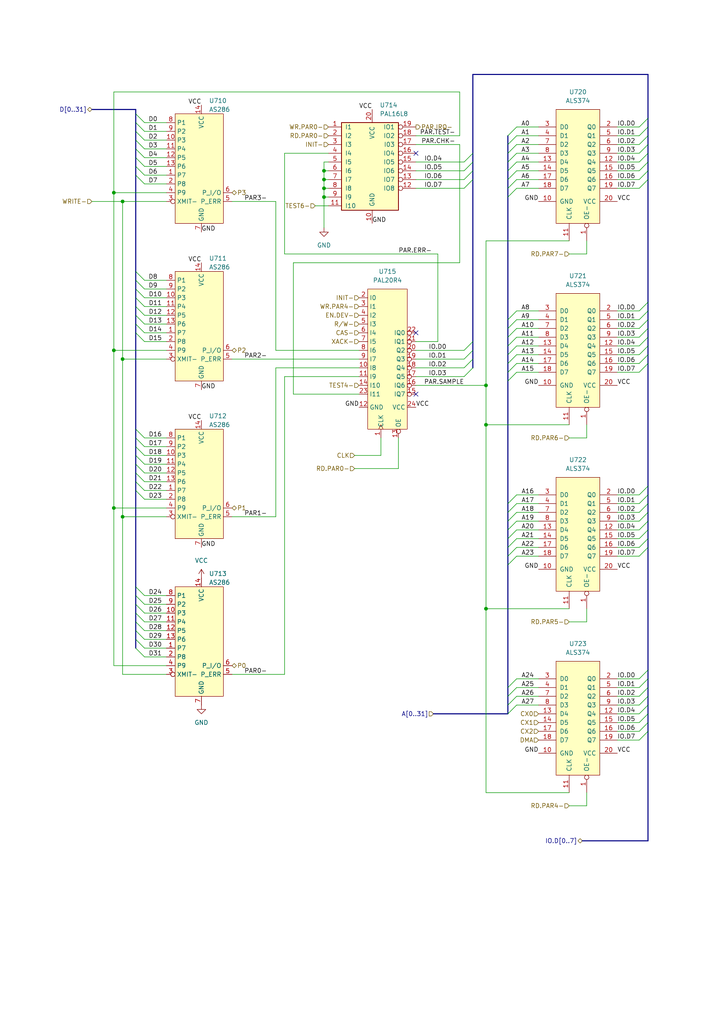
<source format=kicad_sch>
(kicad_sch (version 20231120) (generator "eeschema") (generator_version "8.0")
  (paper "A4" portrait)
  (title_block (title "Parity") (date "2025-03-07") (rev "1"))
  (lib_symbols
    (symbol "74AS286_1"
      (property "Reference" "U" (at 5.842 3.048 0))
      (property "Value" "AS286" (at 8.128 0.508 0))
      (symbol "74AS286_1_1_1"
        (rectangle (start -5.08 -1.27) (end 8.89 -33.02) (fill (type background)))
        (pin input line (at -7.62 -19.05 0) (length 2.54) (name "P7") (number "1"))
        (pin input line (at -7.62 -8.89 0) (length 2.54) (name "P3") (number "10"))
        (pin input line (at -7.62 -11.43 0) (length 2.54) (name "P4") (number "11"))
        (pin input line (at -7.62 -13.97 0) (length 2.54) (name "P5") (number "12"))
        (pin input line (at -7.62 -16.51 0) (length 2.54) (name "P6") (number "13"))
        (pin power_in line (at 2.54 1.27 270) (length 2.54) (name "VCC") (number "14"))
        (pin input line (at -7.62 -21.59 0) (length 2.54) (name "P8") (number "2"))
        (pin input inverted (at -7.62 -26.67 0) (length 2.54) (name "XMIT-") (number "3"))
        (pin input line (at -7.62 -24.13 0) (length 2.54) (name "P9") (number "4"))
        (pin output line (at 11.43 -26.67 180) (length 2.54) (name "P_ERR") (number "5"))
        (pin input line (at 11.43 -24.13 180) (length 2.54) (name "P_I/O") (number "6"))
        (pin power_in line (at 2.54 -35.56 90) (length 2.54) (name "GND") (number "7"))
        (pin input line (at -7.62 -3.81 0) (length 2.54) (name "P1") (number "8"))
        (pin input line (at -7.62 -6.35 0) (length 2.54) (name "P2") (number "9"))
      )
    )
    (symbol "74AS286_2"
      (property "Reference" "U" (at 5.842 3.048 0))
      (property "Value" "AS286" (at 8.128 0.508 0))
      (symbol "74AS286_2_1_1"
        (rectangle (start -5.08 -1.27) (end 8.89 -33.02) (fill (type background)))
        (pin input line (at -7.62 -19.05 0) (length 2.54) (name "P7") (number "1"))
        (pin input line (at -7.62 -8.89 0) (length 2.54) (name "P3") (number "10"))
        (pin input line (at -7.62 -11.43 0) (length 2.54) (name "P4") (number "11"))
        (pin input line (at -7.62 -13.97 0) (length 2.54) (name "P5") (number "12"))
        (pin input line (at -7.62 -16.51 0) (length 2.54) (name "P6") (number "13"))
        (pin power_in line (at 2.54 1.27 270) (length 2.54) (name "VCC") (number "14"))
        (pin input line (at -7.62 -21.59 0) (length 2.54) (name "P8") (number "2"))
        (pin input inverted (at -7.62 -26.67 0) (length 2.54) (name "XMIT-") (number "3"))
        (pin input line (at -7.62 -24.13 0) (length 2.54) (name "P9") (number "4"))
        (pin output line (at 11.43 -26.67 180) (length 2.54) (name "P_ERR") (number "5"))
        (pin input line (at 11.43 -24.13 180) (length 2.54) (name "P_I/O") (number "6"))
        (pin power_in line (at 2.54 -35.56 90) (length 2.54) (name "GND") (number "7"))
        (pin input line (at -7.62 -3.81 0) (length 2.54) (name "P1") (number "8"))
        (pin input line (at -7.62 -6.35 0) (length 2.54) (name "P2") (number "9"))
      )
    )
    (symbol "74AS286_3"
      (property "Reference" "U" (at 5.842 3.048 0))
      (property "Value" "AS286" (at 8.128 0.508 0))
      (symbol "74AS286_3_1_1"
        (rectangle (start -5.08 -1.27) (end 8.89 -33.02) (fill (type background)))
        (pin input line (at -7.62 -19.05 0) (length 2.54) (name "P7") (number "1"))
        (pin input line (at -7.62 -8.89 0) (length 2.54) (name "P3") (number "10"))
        (pin input line (at -7.62 -11.43 0) (length 2.54) (name "P4") (number "11"))
        (pin input line (at -7.62 -13.97 0) (length 2.54) (name "P5") (number "12"))
        (pin input line (at -7.62 -16.51 0) (length 2.54) (name "P6") (number "13"))
        (pin power_in line (at 2.54 1.27 270) (length 2.54) (name "VCC") (number "14"))
        (pin input line (at -7.62 -21.59 0) (length 2.54) (name "P8") (number "2"))
        (pin input inverted (at -7.62 -26.67 0) (length 2.54) (name "XMIT-") (number "3"))
        (pin input line (at -7.62 -24.13 0) (length 2.54) (name "P9") (number "4"))
        (pin output line (at 11.43 -26.67 180) (length 2.54) (name "P_ERR") (number "5"))
        (pin input line (at 11.43 -24.13 180) (length 2.54) (name "P_I/O") (number "6"))
        (pin power_in line (at 2.54 -35.56 90) (length 2.54) (name "GND") (number "7"))
        (pin input line (at -7.62 -3.81 0) (length 2.54) (name "P1") (number "8"))
        (pin input line (at -7.62 -6.35 0) (length 2.54) (name "P2") (number "9"))
      )
    )
    (symbol "Logic_Programmable:PAL16L8" (pin_names (offset 1.016))
      (property "Reference" "U" (at -8.89 16.51 0))
      (property "Value" "PAL16L8" (at 1.27 16.51 0))
      (symbol "PAL16L8_0_0"
        (pin power_in line (at 0 -15.24 90) (length 3.81) (name "GND") (number "10"))
        (pin power_in line (at 0 17.78 270) (length 3.81) (name "VCC") (number "20"))
      )
      (symbol "PAL16L8_0_1"
        (rectangle (start -8.89 13.97) (end 7.62 -11.43) (stroke (width 0.254)) (fill (type background)))
      )
      (symbol "PAL16L8_1_1"
        (pin input line (at -12.7 12.7 0) (length 3.81) (name "I1") (number "1"))
        (pin input line (at -12.7 -10.16 0) (length 3.81) (name "I10") (number "11"))
        (pin tri_state inverted (at 12.7 -5.08 180) (length 5.08) (name "IO8") (number "12"))
        (pin tri_state inverted (at 12.7 -2.54 180) (length 5.08) (name "IO7") (number "13"))
        (pin tri_state inverted (at 12.7 0 180) (length 5.08) (name "IO6") (number "14"))
        (pin tri_state inverted (at 12.7 2.54 180) (length 5.08) (name "IO5") (number "15"))
        (pin tri_state inverted (at 12.7 5.08 180) (length 5.08) (name "IO4") (number "16"))
        (pin tri_state inverted (at 12.7 7.62 180) (length 5.08) (name "I03") (number "17"))
        (pin tri_state inverted (at 12.7 10.16 180) (length 5.08) (name "IO2") (number "18"))
        (pin tri_state inverted (at 12.7 12.7 180) (length 5.08) (name "IO1") (number "19"))
        (pin input line (at -12.7 10.16 0) (length 3.81) (name "I2") (number "2"))
        (pin input line (at -12.7 7.62 0) (length 3.81) (name "I3") (number "3"))
        (pin input line (at -12.7 5.08 0) (length 3.81) (name "I4") (number "4"))
        (pin input line (at -12.7 2.54 0) (length 3.81) (name "I5") (number "5"))
        (pin input line (at -12.7 0 0) (length 3.81) (name "I6") (number "6"))
        (pin input line (at -12.7 -2.54 0) (length 3.81) (name "I7") (number "7"))
        (pin input line (at -12.7 -5.08 0) (length 3.81) (name "I8") (number "8"))
        (pin input line (at -12.7 -7.62 0) (length 3.81) (name "I9") (number "9"))
      )
    )
    (symbol "custom:74AS286"
      (property "Reference" "U" (at 5.842 3.048 0))
      (property "Value" "AS286" (at 8.128 0.508 0))
      (symbol "74AS286_1_1"
        (rectangle (start -5.08 -1.27) (end 8.89 -33.02) (fill (type background)))
        (pin input line (at -7.62 -19.05 0) (length 2.54) (name "P7") (number "1"))
        (pin input line (at -7.62 -8.89 0) (length 2.54) (name "P3") (number "10"))
        (pin input line (at -7.62 -11.43 0) (length 2.54) (name "P4") (number "11"))
        (pin input line (at -7.62 -13.97 0) (length 2.54) (name "P5") (number "12"))
        (pin input line (at -7.62 -16.51 0) (length 2.54) (name "P6") (number "13"))
        (pin power_in line (at 2.54 1.27 270) (length 2.54) (name "VCC") (number "14"))
        (pin input line (at -7.62 -21.59 0) (length 2.54) (name "P8") (number "2"))
        (pin input inverted (at -7.62 -26.67 0) (length 2.54) (name "XMIT-") (number "3"))
        (pin input line (at -7.62 -24.13 0) (length 2.54) (name "P9") (number "4"))
        (pin output line (at 11.43 -26.67 180) (length 2.54) (name "P_ERR") (number "5"))
        (pin input line (at 11.43 -24.13 180) (length 2.54) (name "P_I/O") (number "6"))
        (pin power_in line (at 2.54 -35.56 90) (length 2.54) (name "GND") (number "7"))
        (pin input line (at -7.62 -3.81 0) (length 2.54) (name "P1") (number "8"))
        (pin input line (at -7.62 -6.35 0) (length 2.54) (name "P2") (number "9"))
      )
    )
    (symbol "custom:ALS374" (pin_names (offset 1.016))
      (property "Reference" "U" (at 0 3.81 0))
      (property "Value" "ALS374" (at 0 1.27 0))
      (symbol "ALS374_0_1"
        (rectangle (start -6.35 2.54) (end 6.35 -30.48) (fill (type background)))
      )
      (symbol "ALS374_1_1"
        (pin input inverted (at 2.54 -35.56 90) (length 5.08) (name "OE-") (number "1"))
        (pin power_in line (at -11.43 -24.13 0) (length 5.08) (name "GND") (number "10"))
        (pin input line (at -2.54 -35.56 90) (length 5.08) (name "CLK") (number "11"))
        (pin output line (at 11.43 -12.7 180) (length 5.08) (name "Q4") (number "12"))
        (pin input line (at -11.43 -12.7 0) (length 5.08) (name "D4") (number "13"))
        (pin input line (at -11.43 -15.24 0) (length 5.08) (name "D5") (number "14"))
        (pin output line (at 11.43 -15.24 180) (length 5.08) (name "Q5") (number "15"))
        (pin output line (at 11.43 -17.78 180) (length 5.08) (name "Q6") (number "16"))
        (pin input line (at -11.43 -17.78 0) (length 5.08) (name "D6") (number "17"))
        (pin input line (at -11.43 -20.32 0) (length 5.08) (name "D7") (number "18"))
        (pin output line (at 11.43 -20.32 180) (length 5.08) (name "Q7") (number "19"))
        (pin output line (at 11.43 -2.54 180) (length 5.08) (name "Q0") (number "2"))
        (pin power_in line (at 11.43 -24.13 180) (length 5.08) (name "VCC") (number "20"))
        (pin input line (at -11.43 -2.54 0) (length 5.08) (name "D0") (number "3"))
        (pin input line (at -11.43 -5.08 0) (length 5.08) (name "D1") (number "4"))
        (pin output line (at 11.43 -5.08 180) (length 5.08) (name "Q1") (number "5"))
        (pin output line (at 11.43 -7.62 180) (length 5.08) (name "Q2") (number "6"))
        (pin input line (at -11.43 -7.62 0) (length 5.08) (name "D2") (number "7"))
        (pin input line (at -11.43 -10.16 0) (length 5.08) (name "D3") (number "8"))
        (pin output line (at 11.43 -10.16 180) (length 5.08) (name "Q3") (number "9"))
      )
    )
    (symbol "custom:PAL20R4"
      (property "Reference" "U" (at 0 2.286 0))
      (property "Value" "PAL20R4" (at 1.524 0 0))
      (symbol "PAL20R4_1_1"
        (rectangle (start -3.81 -1.27) (end 7.62 -41.91) (fill (type background)))
        (pin input clock (at 0 -44.45 90) (length 2.54) (name "CLK") (number "1"))
        (pin input line (at -6.35 -24.13 0) (length 2.54) (name "I8") (number "10"))
        (pin input line (at -6.35 -26.67 0) (length 2.54) (name "I9") (number "11"))
        (pin power_in line (at -6.35 -35.56 0) (length 2.54) (name "GND") (number "12"))
        (pin input inverted (at 5.08 -44.45 90) (length 2.54) (name "OE") (number "13"))
        (pin input line (at -6.35 -29.21 0) (length 2.54) (name "I10") (number "14"))
        (pin bidirectional inverted (at 10.16 -31.75 180) (length 2.54) (name "IQ7") (number "15"))
        (pin bidirectional inverted (at 10.16 -29.21 180) (length 2.54) (name "IQ6") (number "16"))
        (pin output inverted (at 10.16 -26.67 180) (length 2.54) (name "Q5") (number "17"))
        (pin output inverted (at 10.16 -24.13 180) (length 2.54) (name "Q4") (number "18"))
        (pin output inverted (at 10.16 -21.59 180) (length 2.54) (name "Q3") (number "19"))
        (pin input line (at -6.35 -3.81 0) (length 2.54) (name "I0") (number "2"))
        (pin output inverted (at 10.16 -19.05 180) (length 2.54) (name "Q2") (number "20"))
        (pin bidirectional inverted (at 10.16 -16.51 180) (length 2.54) (name "IQ1") (number "21"))
        (pin bidirectional inverted (at 10.16 -13.97 180) (length 2.54) (name "IQ0") (number "22"))
        (pin input line (at -6.35 -31.75 0) (length 2.54) (name "I11") (number "23"))
        (pin power_in line (at 10.16 -35.56 180) (length 2.54) (name "VCC") (number "24"))
        (pin input line (at -6.35 -6.35 0) (length 2.54) (name "I1") (number "3"))
        (pin input line (at -6.35 -8.89 0) (length 2.54) (name "I2") (number "4"))
        (pin input line (at -6.35 -11.43 0) (length 2.54) (name "I3") (number "5"))
        (pin input line (at -6.35 -13.97 0) (length 2.54) (name "I4") (number "6"))
        (pin input line (at -6.35 -16.51 0) (length 2.54) (name "I5") (number "7"))
        (pin input line (at -6.35 -19.05 0) (length 2.54) (name "I6") (number "8"))
        (pin input line (at -6.35 -21.59 0) (length 2.54) (name "I7") (number "9"))
      )
    )
    (symbol "power:GND" (power) (pin_numbers hide) (pin_names (offset 0) hide)
      (property "Value" "GND" (at 0 -3.81 0))
      (symbol "GND_0_1"
        (polyline (pts (xy 0 0) (xy 0 -1.27) (xy 1.27 -1.27) (xy 0 -2.54) (xy -1.27 -1.27) (xy 0 -1.27)))
      )
      (symbol "GND_1_1"
        (pin power_in line (at 0 0 270) (length 0) (name "~") (number "1"))
      )
    )
    (symbol "power:VCC" (power) (pin_numbers hide) (pin_names (offset 0) hide)
      (property "Value" "VCC" (at 0 3.556 0))
      (symbol "VCC_0_1"
        (polyline (pts (xy -0.762 1.27) (xy 0 2.54)))
        (polyline (pts (xy 0 0) (xy 0 2.54)))
        (polyline (pts (xy 0 2.54) (xy 0.762 1.27)))
      )
      (symbol "VCC_1_1"
        (pin power_in line (at 0 0 90) (length 0) (name "~") (number "1"))
      )
    )
  )
  (junction (at 93.98 57.15))
  (junction (at 140.97 111.76))
  (junction (at 35.56 104.14))
  (junction (at 35.56 149.86))
  (junction (at 140.97 123.19))
  (junction (at 93.98 54.61))
  (junction (at 35.56 58.42))
  (junction (at 140.97 176.53))
  (junction (at 33.02 101.6))
  (junction (at 33.02 55.88))
  (junction (at 93.98 49.53))
  (junction (at 93.98 52.07))
  (junction (at 33.02 147.32))
  (no_connect (at 120.65 44.45))
  (no_connect (at 120.65 114.3))
  (no_connect (at 120.65 96.52))
  (bus_entry (at 39.37 86.36) (size 2.54 2.54))
  (bus_entry (at 185.42 97.79) (size 2.54 -2.54))
  (bus_entry (at 185.42 214.63) (size 2.54 -2.54))
  (bus_entry (at 39.37 43.18) (size 2.54 2.54))
  (bus_entry (at 134.62 49.53) (size 2.54 -2.54))
  (bus_entry (at 39.37 96.52) (size 2.54 2.54))
  (bus_entry (at 147.32 163.83) (size 2.54 -2.54))
  (bus_entry (at 185.42 44.45) (size 2.54 -2.54))
  (bus_entry (at 39.37 177.8) (size 2.54 2.54))
  (bus_entry (at 39.37 180.34) (size 2.54 2.54))
  (bus_entry (at 39.37 187.96) (size 2.54 2.54))
  (bus_entry (at 39.37 124.46) (size 2.54 2.54))
  (bus_entry (at 134.62 54.61) (size 2.54 -2.54))
  (bus_entry (at 147.32 158.75) (size 2.54 -2.54))
  (bus_entry (at 147.32 102.87) (size 2.54 -2.54))
  (bus_entry (at 147.32 148.59) (size 2.54 -2.54))
  (bus_entry (at 39.37 142.24) (size 2.54 2.54))
  (bus_entry (at 147.32 110.49) (size 2.54 -2.54))
  (bus_entry (at 185.42 95.25) (size 2.54 -2.54))
  (bus_entry (at 147.32 44.45) (size 2.54 -2.54))
  (bus_entry (at 39.37 127) (size 2.54 2.54))
  (bus_entry (at 185.42 207.01) (size 2.54 -2.54))
  (bus_entry (at 147.32 41.91) (size 2.54 -2.54))
  (bus_entry (at 134.62 104.14) (size 2.54 -2.54))
  (bus_entry (at 185.42 148.59) (size 2.54 -2.54))
  (bus_entry (at 39.37 129.54) (size 2.54 2.54))
  (bus_entry (at 39.37 50.8) (size 2.54 2.54))
  (bus_entry (at 185.42 209.55) (size 2.54 -2.54))
  (bus_entry (at 185.42 105.41) (size 2.54 -2.54))
  (bus_entry (at 147.32 95.25) (size 2.54 -2.54))
  (bus_entry (at 185.42 102.87) (size 2.54 -2.54))
  (bus_entry (at 185.42 54.61) (size 2.54 -2.54))
  (bus_entry (at 39.37 137.16) (size 2.54 2.54))
  (bus_entry (at 147.32 39.37) (size 2.54 -2.54))
  (bus_entry (at 147.32 49.53) (size 2.54 -2.54))
  (bus_entry (at 147.32 199.39) (size 2.54 -2.54))
  (bus_entry (at 147.32 146.05) (size 2.54 -2.54))
  (bus_entry (at 39.37 45.72) (size 2.54 2.54))
  (bus_entry (at 147.32 161.29) (size 2.54 -2.54))
  (bus_entry (at 185.42 100.33) (size 2.54 -2.54))
  (bus_entry (at 39.37 175.26) (size 2.54 2.54))
  (bus_entry (at 147.32 151.13) (size 2.54 -2.54))
  (bus_entry (at 134.62 101.6) (size 2.54 -2.54))
  (bus_entry (at 39.37 40.64) (size 2.54 2.54))
  (bus_entry (at 39.37 172.72) (size 2.54 2.54))
  (bus_entry (at 134.62 46.99) (size 2.54 -2.54))
  (bus_entry (at 39.37 81.28) (size 2.54 2.54))
  (bus_entry (at 147.32 57.15) (size 2.54 -2.54))
  (bus_entry (at 39.37 185.42) (size 2.54 2.54))
  (bus_entry (at 185.42 49.53) (size 2.54 -2.54))
  (bus_entry (at 39.37 182.88) (size 2.54 2.54))
  (bus_entry (at 185.42 107.95) (size 2.54 -2.54))
  (bus_entry (at 185.42 158.75) (size 2.54 -2.54))
  (bus_entry (at 185.42 204.47) (size 2.54 -2.54))
  (bus_entry (at 39.37 132.08) (size 2.54 2.54))
  (bus_entry (at 39.37 83.82) (size 2.54 2.54))
  (bus_entry (at 185.42 146.05) (size 2.54 -2.54))
  (bus_entry (at 185.42 201.93) (size 2.54 -2.54))
  (bus_entry (at 147.32 201.93) (size 2.54 -2.54))
  (bus_entry (at 147.32 105.41) (size 2.54 -2.54))
  (bus_entry (at 185.42 92.71) (size 2.54 -2.54))
  (bus_entry (at 147.32 52.07) (size 2.54 -2.54))
  (bus_entry (at 185.42 156.21) (size 2.54 -2.54))
  (bus_entry (at 185.42 151.13) (size 2.54 -2.54))
  (bus_entry (at 185.42 143.51) (size 2.54 -2.54))
  (bus_entry (at 185.42 153.67) (size 2.54 -2.54))
  (bus_entry (at 147.32 54.61) (size 2.54 -2.54))
  (bus_entry (at 147.32 97.79) (size 2.54 -2.54))
  (bus_entry (at 134.62 109.22) (size 2.54 -2.54))
  (bus_entry (at 147.32 100.33) (size 2.54 -2.54))
  (bus_entry (at 39.37 38.1) (size 2.54 2.54))
  (bus_entry (at 134.62 52.07) (size 2.54 -2.54))
  (bus_entry (at 39.37 35.56) (size 2.54 2.54))
  (bus_entry (at 147.32 92.71) (size 2.54 -2.54))
  (bus_entry (at 147.32 207.01) (size 2.54 -2.54))
  (bus_entry (at 39.37 78.74) (size 2.54 2.54))
  (bus_entry (at 185.42 161.29) (size 2.54 -2.54))
  (bus_entry (at 185.42 39.37) (size 2.54 -2.54))
  (bus_entry (at 147.32 156.21) (size 2.54 -2.54))
  (bus_entry (at 39.37 48.26) (size 2.54 2.54))
  (bus_entry (at 185.42 199.39) (size 2.54 -2.54))
  (bus_entry (at 134.62 106.68) (size 2.54 -2.54))
  (bus_entry (at 185.42 46.99) (size 2.54 -2.54))
  (bus_entry (at 185.42 52.07) (size 2.54 -2.54))
  (bus_entry (at 147.32 204.47) (size 2.54 -2.54))
  (bus_entry (at 39.37 93.98) (size 2.54 2.54))
  (bus_entry (at 147.32 46.99) (size 2.54 -2.54))
  (bus_entry (at 39.37 91.44) (size 2.54 2.54))
  (bus_entry (at 185.42 212.09) (size 2.54 -2.54))
  (bus_entry (at 39.37 88.9) (size 2.54 2.54))
  (bus_entry (at 39.37 33.02) (size 2.54 2.54))
  (bus_entry (at 147.32 153.67) (size 2.54 -2.54))
  (bus_entry (at 185.42 196.85) (size 2.54 -2.54))
  (bus_entry (at 39.37 170.18) (size 2.54 2.54))
  (bus_entry (at 39.37 139.7) (size 2.54 2.54))
  (bus_entry (at 185.42 36.83) (size 2.54 -2.54))
  (bus_entry (at 185.42 41.91) (size 2.54 -2.54))
  (bus_entry (at 185.42 90.17) (size 2.54 -2.54))
  (bus_entry (at 147.32 107.95) (size 2.54 -2.54))
  (bus_entry (at 39.37 134.62) (size 2.54 2.54))
  (wire (pts (xy 41.91 129.54) (xy 48.26 129.54)))
  (wire (pts (xy 35.56 104.14) (xy 48.26 104.14)))
  (bus (pts (xy 168.91 243.84) (xy 187.96 243.84)))
  (wire (pts (xy 115.57 135.89) (xy 102.87 135.89)))
  (bus (pts (xy 147.32 201.93) (xy 147.32 204.47)))
  (wire (pts (xy 179.07 161.29) (xy 185.42 161.29)))
  (wire (pts (xy 80.01 101.6) (xy 104.14 101.6)))
  (wire (pts (xy 179.07 204.47) (xy 185.42 204.47)))
  (wire (pts (xy 179.07 143.51) (xy 185.42 143.51)))
  (wire (pts (xy 179.07 148.59) (xy 185.42 148.59)))
  (bus (pts (xy 125.73 207.01) (xy 147.32 207.01)))
  (wire (pts (xy 179.07 201.93) (xy 185.42 201.93)))
  (wire (pts (xy 33.02 147.32) (xy 48.26 147.32)))
  (wire (pts (xy 33.02 193.04) (xy 48.26 193.04)))
  (wire (pts (xy 120.65 49.53) (xy 134.62 49.53)))
  (wire (pts (xy 149.86 90.17) (xy 156.21 90.17)))
  (wire (pts (xy 41.91 50.8) (xy 48.26 50.8)))
  (wire (pts (xy 93.98 46.99) (xy 93.98 49.53)))
  (wire (pts (xy 179.07 54.61) (xy 185.42 54.61)))
  (wire (pts (xy 120.65 109.22) (xy 134.62 109.22)))
  (bus (pts (xy 147.32 97.79) (xy 147.32 100.33)))
  (wire (pts (xy 110.49 127) (xy 110.49 132.08)))
  (bus (pts (xy 187.96 204.47) (xy 187.96 201.93)))
  (bus (pts (xy 187.96 146.05) (xy 187.96 143.51)))
  (wire (pts (xy 149.86 41.91) (xy 156.21 41.91)))
  (bus (pts (xy 187.96 156.21) (xy 187.96 153.67)))
  (wire (pts (xy 120.65 46.99) (xy 134.62 46.99)))
  (bus (pts (xy 147.32 102.87) (xy 147.32 105.41)))
  (bus (pts (xy 147.32 199.39) (xy 147.32 201.93)))
  (bus (pts (xy 26.67 31.75) (xy 39.37 31.75)))
  (wire (pts (xy 33.02 55.88) (xy 33.02 101.6)))
  (bus (pts (xy 137.16 21.59) (xy 187.96 21.59)))
  (bus (pts (xy 39.37 182.88) (xy 39.37 185.42)))
  (bus (pts (xy 147.32 204.47) (xy 147.32 207.01)))
  (wire (pts (xy 149.86 102.87) (xy 156.21 102.87)))
  (wire (pts (xy 133.35 41.91) (xy 120.65 41.91)))
  (bus (pts (xy 187.96 209.55) (xy 187.96 207.01)))
  (wire (pts (xy 140.97 123.19) (xy 165.1 123.19)))
  (bus (pts (xy 187.96 52.07) (xy 187.96 49.53)))
  (wire (pts (xy 179.07 90.17) (xy 185.42 90.17)))
  (wire (pts (xy 140.97 176.53) (xy 165.1 176.53)))
  (wire (pts (xy 85.09 76.2) (xy 133.35 76.2)))
  (wire (pts (xy 149.86 46.99) (xy 156.21 46.99)))
  (wire (pts (xy 93.98 49.53) (xy 93.98 52.07)))
  (bus (pts (xy 39.37 180.34) (xy 39.37 182.88)))
  (bus (pts (xy 187.96 39.37) (xy 187.96 36.83)))
  (wire (pts (xy 80.01 106.68) (xy 104.14 106.68)))
  (bus (pts (xy 187.96 212.09) (xy 187.96 209.55)))
  (bus (pts (xy 39.37 48.26) (xy 39.37 50.8)))
  (wire (pts (xy 179.07 97.79) (xy 185.42 97.79)))
  (wire (pts (xy 41.91 45.72) (xy 48.26 45.72)))
  (wire (pts (xy 127 73.66) (xy 82.55 73.66)))
  (wire (pts (xy 120.65 111.76) (xy 140.97 111.76)))
  (bus (pts (xy 187.96 140.97) (xy 187.96 105.41)))
  (wire (pts (xy 41.91 144.78) (xy 48.26 144.78)))
  (bus (pts (xy 147.32 161.29) (xy 147.32 163.83)))
  (wire (pts (xy 149.86 201.93) (xy 156.21 201.93)))
  (wire (pts (xy 120.65 52.07) (xy 134.62 52.07)))
  (bus (pts (xy 187.96 36.83) (xy 187.96 34.29)))
  (wire (pts (xy 93.98 54.61) (xy 93.98 57.15)))
  (bus (pts (xy 147.32 41.91) (xy 147.32 44.45)))
  (wire (pts (xy 41.91 83.82) (xy 48.26 83.82)))
  (wire (pts (xy 82.55 44.45) (xy 95.25 44.45)))
  (wire (pts (xy 41.91 81.28) (xy 48.26 81.28)))
  (wire (pts (xy 33.02 101.6) (xy 48.26 101.6)))
  (bus (pts (xy 39.37 96.52) (xy 39.37 124.46)))
  (wire (pts (xy 93.98 52.07) (xy 95.25 52.07)))
  (wire (pts (xy 179.07 156.21) (xy 185.42 156.21)))
  (wire (pts (xy 140.97 111.76) (xy 140.97 69.85)))
  (wire (pts (xy 82.55 73.66) (xy 82.55 44.45)))
  (wire (pts (xy 140.97 69.85) (xy 165.1 69.85)))
  (wire (pts (xy 179.07 151.13) (xy 185.42 151.13)))
  (wire (pts (xy 179.07 92.71) (xy 185.42 92.71)))
  (bus (pts (xy 137.16 101.6) (xy 137.16 104.14)))
  (wire (pts (xy 149.86 92.71) (xy 156.21 92.71)))
  (bus (pts (xy 187.96 92.71) (xy 187.96 90.17)))
  (wire (pts (xy 93.98 57.15) (xy 93.98 66.04)))
  (wire (pts (xy 179.07 214.63) (xy 185.42 214.63)))
  (wire (pts (xy 91.44 59.69) (xy 95.25 59.69)))
  (bus (pts (xy 187.96 100.33) (xy 187.96 97.79)))
  (wire (pts (xy 179.07 107.95) (xy 185.42 107.95)))
  (wire (pts (xy 41.91 182.88) (xy 48.26 182.88)))
  (bus (pts (xy 39.37 177.8) (xy 39.37 180.34)))
  (bus (pts (xy 187.96 87.63) (xy 187.96 52.07)))
  (wire (pts (xy 120.65 39.37) (xy 133.35 39.37)))
  (bus (pts (xy 39.37 40.64) (xy 39.37 43.18)))
  (bus (pts (xy 39.37 78.74) (xy 39.37 81.28)))
  (wire (pts (xy 120.65 104.14) (xy 134.62 104.14)))
  (bus (pts (xy 187.96 207.01) (xy 187.96 204.47)))
  (wire (pts (xy 41.91 48.26) (xy 48.26 48.26)))
  (bus (pts (xy 137.16 21.59) (xy 137.16 44.45)))
  (bus (pts (xy 187.96 90.17) (xy 187.96 87.63)))
  (wire (pts (xy 133.35 26.67) (xy 33.02 26.67)))
  (bus (pts (xy 147.32 163.83) (xy 147.32 199.39)))
  (bus (pts (xy 39.37 81.28) (xy 39.37 83.82)))
  (wire (pts (xy 179.07 95.25) (xy 185.42 95.25)))
  (wire (pts (xy 35.56 149.86) (xy 48.26 149.86)))
  (bus (pts (xy 39.37 134.62) (xy 39.37 137.16)))
  (wire (pts (xy 120.65 101.6) (xy 134.62 101.6)))
  (wire (pts (xy 149.86 153.67) (xy 156.21 153.67)))
  (wire (pts (xy 179.07 196.85) (xy 185.42 196.85)))
  (bus (pts (xy 187.96 34.29) (xy 187.96 21.59)))
  (wire (pts (xy 41.91 43.18) (xy 48.26 43.18)))
  (bus (pts (xy 147.32 107.95) (xy 147.32 110.49)))
  (bus (pts (xy 187.96 95.25) (xy 187.96 92.71)))
  (wire (pts (xy 41.91 132.08) (xy 48.26 132.08)))
  (bus (pts (xy 39.37 127) (xy 39.37 129.54)))
  (wire (pts (xy 41.91 172.72) (xy 48.26 172.72)))
  (wire (pts (xy 41.91 93.98) (xy 48.26 93.98)))
  (wire (pts (xy 179.07 52.07) (xy 185.42 52.07)))
  (wire (pts (xy 149.86 95.25) (xy 156.21 95.25)))
  (wire (pts (xy 179.07 49.53) (xy 185.42 49.53)))
  (bus (pts (xy 137.16 46.99) (xy 137.16 49.53)))
  (bus (pts (xy 147.32 148.59) (xy 147.32 151.13)))
  (wire (pts (xy 149.86 105.41) (xy 156.21 105.41)))
  (wire (pts (xy 41.91 190.5) (xy 48.26 190.5)))
  (wire (pts (xy 35.56 149.86) (xy 35.56 195.58)))
  (wire (pts (xy 165.1 180.34) (xy 170.18 180.34)))
  (wire (pts (xy 179.07 146.05) (xy 185.42 146.05)))
  (bus (pts (xy 187.96 41.91) (xy 187.96 39.37)))
  (wire (pts (xy 41.91 91.44) (xy 48.26 91.44)))
  (wire (pts (xy 95.25 46.99) (xy 93.98 46.99)))
  (wire (pts (xy 93.98 57.15) (xy 95.25 57.15)))
  (wire (pts (xy 149.86 196.85) (xy 156.21 196.85)))
  (bus (pts (xy 137.16 99.06) (xy 137.16 101.6)))
  (wire (pts (xy 41.91 86.36) (xy 48.26 86.36)))
  (bus (pts (xy 147.32 151.13) (xy 147.32 153.67)))
  (wire (pts (xy 140.97 176.53) (xy 140.97 229.87)))
  (wire (pts (xy 35.56 58.42) (xy 35.56 104.14)))
  (wire (pts (xy 33.02 55.88) (xy 48.26 55.88)))
  (bus (pts (xy 147.32 46.99) (xy 147.32 49.53)))
  (wire (pts (xy 165.1 233.68) (xy 170.18 233.68)))
  (wire (pts (xy 149.86 148.59) (xy 156.21 148.59)))
  (wire (pts (xy 33.02 101.6) (xy 33.02 147.32)))
  (wire (pts (xy 41.91 99.06) (xy 48.26 99.06)))
  (wire (pts (xy 149.86 161.29) (xy 156.21 161.29)))
  (bus (pts (xy 39.37 124.46) (xy 39.37 127)))
  (bus (pts (xy 39.37 43.18) (xy 39.37 45.72)))
  (bus (pts (xy 147.32 156.21) (xy 147.32 158.75)))
  (wire (pts (xy 35.56 195.58) (xy 48.26 195.58)))
  (bus (pts (xy 187.96 49.53) (xy 187.96 46.99)))
  (bus (pts (xy 39.37 33.02) (xy 39.37 35.56)))
  (bus (pts (xy 39.37 45.72) (xy 39.37 48.26)))
  (wire (pts (xy 41.91 139.7) (xy 48.26 139.7)))
  (wire (pts (xy 149.86 49.53) (xy 156.21 49.53)))
  (bus (pts (xy 39.37 83.82) (xy 39.37 86.36)))
  (bus (pts (xy 39.37 93.98) (xy 39.37 96.52)))
  (wire (pts (xy 41.91 53.34) (xy 48.26 53.34)))
  (bus (pts (xy 147.32 57.15) (xy 147.32 92.71)))
  (bus (pts (xy 39.37 86.36) (xy 39.37 88.9)))
  (wire (pts (xy 170.18 127) (xy 165.1 127)))
  (wire (pts (xy 80.01 58.42) (xy 80.01 101.6)))
  (bus (pts (xy 187.96 143.51) (xy 187.96 140.97)))
  (bus (pts (xy 187.96 151.13) (xy 187.96 148.59)))
  (bus (pts (xy 187.96 46.99) (xy 187.96 44.45)))
  (wire (pts (xy 149.86 199.39) (xy 156.21 199.39)))
  (wire (pts (xy 149.86 156.21) (xy 156.21 156.21)))
  (bus (pts (xy 147.32 49.53) (xy 147.32 52.07)))
  (wire (pts (xy 179.07 207.01) (xy 185.42 207.01)))
  (wire (pts (xy 179.07 102.87) (xy 185.42 102.87)))
  (bus (pts (xy 147.32 44.45) (xy 147.32 46.99)))
  (bus (pts (xy 187.96 44.45) (xy 187.96 41.91)))
  (bus (pts (xy 39.37 175.26) (xy 39.37 177.8)))
  (bus (pts (xy 147.32 92.71) (xy 147.32 95.25)))
  (wire (pts (xy 67.31 104.14) (xy 104.14 104.14)))
  (bus (pts (xy 187.96 153.67) (xy 187.96 151.13)))
  (wire (pts (xy 149.86 54.61) (xy 156.21 54.61)))
  (wire (pts (xy 149.86 52.07) (xy 156.21 52.07)))
  (wire (pts (xy 33.02 26.67) (xy 33.02 55.88)))
  (wire (pts (xy 35.56 104.14) (xy 35.56 149.86)))
  (wire (pts (xy 149.86 97.79) (xy 156.21 97.79)))
  (bus (pts (xy 187.96 199.39) (xy 187.96 196.85)))
  (bus (pts (xy 39.37 132.08) (xy 39.37 134.62)))
  (wire (pts (xy 93.98 49.53) (xy 95.25 49.53)))
  (wire (pts (xy 120.65 99.06) (xy 127 99.06)))
  (wire (pts (xy 41.91 40.64) (xy 48.26 40.64)))
  (bus (pts (xy 187.96 97.79) (xy 187.96 95.25)))
  (bus (pts (xy 137.16 104.14) (xy 137.16 106.68)))
  (wire (pts (xy 104.14 114.3) (xy 85.09 114.3)))
  (wire (pts (xy 149.86 39.37) (xy 156.21 39.37)))
  (wire (pts (xy 179.07 199.39) (xy 185.42 199.39)))
  (wire (pts (xy 179.07 46.99) (xy 185.42 46.99)))
  (wire (pts (xy 140.97 123.19) (xy 140.97 176.53)))
  (wire (pts (xy 149.86 36.83) (xy 156.21 36.83)))
  (wire (pts (xy 149.86 100.33) (xy 156.21 100.33)))
  (wire (pts (xy 133.35 39.37) (xy 133.35 26.67)))
  (wire (pts (xy 170.18 229.87) (xy 170.18 233.68)))
  (bus (pts (xy 147.32 158.75) (xy 147.32 161.29)))
  (wire (pts (xy 35.56 58.42) (xy 48.26 58.42)))
  (wire (pts (xy 149.86 151.13) (xy 156.21 151.13)))
  (wire (pts (xy 115.57 127) (xy 115.57 135.89)))
  (wire (pts (xy 41.91 142.24) (xy 48.26 142.24)))
  (bus (pts (xy 39.37 50.8) (xy 39.37 78.74)))
  (wire (pts (xy 82.55 195.58) (xy 82.55 109.22)))
  (wire (pts (xy 149.86 146.05) (xy 156.21 146.05)))
  (wire (pts (xy 179.07 39.37) (xy 185.42 39.37)))
  (wire (pts (xy 41.91 175.26) (xy 48.26 175.26)))
  (bus (pts (xy 39.37 142.24) (xy 39.37 170.18)))
  (wire (pts (xy 120.65 106.68) (xy 134.62 106.68)))
  (bus (pts (xy 39.37 172.72) (xy 39.37 175.26)))
  (wire (pts (xy 179.07 100.33) (xy 185.42 100.33)))
  (bus (pts (xy 147.32 39.37) (xy 147.32 41.91)))
  (wire (pts (xy 110.49 132.08) (xy 102.87 132.08)))
  (wire (pts (xy 179.07 212.09) (xy 185.42 212.09)))
  (bus (pts (xy 39.37 137.16) (xy 39.37 139.7)))
  (bus (pts (xy 39.37 91.44) (xy 39.37 93.98)))
  (wire (pts (xy 179.07 44.45) (xy 185.42 44.45)))
  (wire (pts (xy 41.91 177.8) (xy 48.26 177.8)))
  (wire (pts (xy 82.55 109.22) (xy 104.14 109.22)))
  (bus (pts (xy 39.37 35.56) (xy 39.37 38.1)))
  (bus (pts (xy 147.32 54.61) (xy 147.32 57.15)))
  (bus (pts (xy 147.32 52.07) (xy 147.32 54.61)))
  (wire (pts (xy 67.31 149.86) (xy 80.01 149.86)))
  (bus (pts (xy 147.32 95.25) (xy 147.32 97.79)))
  (bus (pts (xy 187.96 201.93) (xy 187.96 199.39)))
  (wire (pts (xy 179.07 41.91) (xy 185.42 41.91)))
  (bus (pts (xy 39.37 139.7) (xy 39.37 142.24)))
  (bus (pts (xy 39.37 129.54) (xy 39.37 132.08)))
  (wire (pts (xy 26.67 58.42) (xy 35.56 58.42)))
  (wire (pts (xy 179.07 158.75) (xy 185.42 158.75)))
  (wire (pts (xy 120.65 54.61) (xy 134.62 54.61)))
  (wire (pts (xy 170.18 73.66) (xy 165.1 73.66)))
  (bus (pts (xy 137.16 49.53) (xy 137.16 52.07)))
  (wire (pts (xy 41.91 35.56) (xy 48.26 35.56)))
  (bus (pts (xy 147.32 110.49) (xy 147.32 146.05)))
  (bus (pts (xy 187.96 196.85) (xy 187.96 194.31)))
  (wire (pts (xy 41.91 127) (xy 48.26 127)))
  (wire (pts (xy 93.98 52.07) (xy 93.98 54.61)))
  (wire (pts (xy 33.02 147.32) (xy 33.02 193.04)))
  (wire (pts (xy 67.31 195.58) (xy 82.55 195.58)))
  (wire (pts (xy 41.91 180.34) (xy 48.26 180.34)))
  (wire (pts (xy 93.98 54.61) (xy 95.25 54.61)))
  (wire (pts (xy 133.35 76.2) (xy 133.35 41.91)))
  (bus (pts (xy 187.96 194.31) (xy 187.96 158.75)))
  (wire (pts (xy 41.91 187.96) (xy 48.26 187.96)))
  (wire (pts (xy 149.86 44.45) (xy 156.21 44.45)))
  (wire (pts (xy 67.31 58.42) (xy 80.01 58.42)))
  (bus (pts (xy 147.32 153.67) (xy 147.32 156.21)))
  (wire (pts (xy 41.91 38.1) (xy 48.26 38.1)))
  (wire (pts (xy 170.18 69.85) (xy 170.18 73.66)))
  (wire (pts (xy 41.91 88.9) (xy 48.26 88.9)))
  (bus (pts (xy 187.96 105.41) (xy 187.96 102.87)))
  (wire (pts (xy 149.86 143.51) (xy 156.21 143.51)))
  (wire (pts (xy 149.86 204.47) (xy 156.21 204.47)))
  (wire (pts (xy 140.97 111.76) (xy 140.97 123.19)))
  (bus (pts (xy 187.96 102.87) (xy 187.96 100.33)))
  (bus (pts (xy 39.37 38.1) (xy 39.37 40.64)))
  (wire (pts (xy 179.07 209.55) (xy 185.42 209.55)))
  (wire (pts (xy 170.18 123.19) (xy 170.18 127)))
  (wire (pts (xy 149.86 107.95) (xy 156.21 107.95)))
  (bus (pts (xy 187.96 148.59) (xy 187.96 146.05)))
  (bus (pts (xy 137.16 44.45) (xy 137.16 46.99)))
  (bus (pts (xy 147.32 146.05) (xy 147.32 148.59)))
  (wire (pts (xy 80.01 149.86) (xy 80.01 106.68)))
  (wire (pts (xy 140.97 229.87) (xy 165.1 229.87)))
  (bus (pts (xy 147.32 105.41) (xy 147.32 107.95)))
  (wire (pts (xy 179.07 36.83) (xy 185.42 36.83)))
  (wire (pts (xy 170.18 176.53) (xy 170.18 180.34)))
  (bus (pts (xy 187.96 158.75) (xy 187.96 156.21)))
  (wire (pts (xy 127 99.06) (xy 127 73.66)))
  (wire (pts (xy 41.91 134.62) (xy 48.26 134.62)))
  (wire (pts (xy 85.09 114.3) (xy 85.09 76.2)))
  (wire (pts (xy 149.86 158.75) (xy 156.21 158.75)))
  (bus (pts (xy 137.16 52.07) (xy 137.16 99.06)))
  (bus (pts (xy 39.37 185.42) (xy 39.37 187.96)))
  (bus (pts (xy 39.37 31.75) (xy 39.37 33.02)))
  (bus (pts (xy 187.96 243.84) (xy 187.96 212.09)))
  (wire (pts (xy 41.91 96.52) (xy 48.26 96.52)))
  (wire (pts (xy 41.91 137.16) (xy 48.26 137.16)))
  (bus (pts (xy 147.32 100.33) (xy 147.32 102.87)))
  (wire (pts (xy 41.91 185.42) (xy 48.26 185.42)))
  (wire (pts (xy 179.07 153.67) (xy 185.42 153.67)))
  (bus (pts (xy 39.37 88.9) (xy 39.37 91.44)))
  (bus (pts (xy 39.37 170.18) (xy 39.37 172.72)))
  (wire (pts (xy 179.07 105.41) (xy 185.42 105.41)))
  (label "IO.D6" (at 179.07 158.75 0))
  (label "VCC" (at 107.95 31.75 180))
  (label "D25" (at 46.99 175.26 180))
  (label "IO.D6" (at 179.07 212.09 0))
  (label "A0" (at 153.67 36.83 180))
  (label "A10" (at 154.94 95.25 180))
  (label "IO.D4" (at 128.27 46.99 180))
  (label "GND" (at 58.42 158.75 0))
  (label "VCC" (at 58.42 76.2 180))
  (label "IO.D5" (at 179.07 209.55 0))
  (label "D11" (at 46.99 88.9 180))
  (label "A6" (at 153.67 52.07 180))
  (label "IO.D2" (at 179.07 148.59 0))
  (label "IO.D5" (at 179.07 156.21 0))
  (label "D4" (at 45.72 45.72 180))
  (label "A5" (at 153.67 49.53 180))
  (label "A16" (at 154.94 143.51 180))
  (label "IO.D6" (at 179.07 52.07 0))
  (label "IO.D1" (at 179.07 199.39 0))
  (label "D19" (at 46.99 134.62 180))
  (label "A15" (at 154.94 107.95 180))
  (label "D13" (at 46.99 93.98 180))
  (label "IO.D5" (at 128.27 49.53 180))
  (label "IO.D6" (at 179.07 105.41 0))
  (label "D20" (at 46.99 137.16 180))
  (label "D9" (at 45.72 83.82 180))
  (label "PAR.CHK-" (at 132.08 41.91 180))
  (label "A19" (at 154.94 151.13 180))
  (label "D7" (at 45.72 53.34 180))
  (label "D10" (at 46.99 86.36 180))
  (label "D23" (at 46.99 144.78 180))
  (label "D15" (at 46.99 99.06 180))
  (label "D6" (at 45.72 50.8 180))
  (label "GND" (at 107.95 64.77 0))
  (label "GND" (at 58.42 67.31 0))
  (label "D8" (at 45.72 81.28 180))
  (label "GND" (at 156.21 111.76 180))
  (label "VCC" (at 179.07 218.44 0))
  (label "IO.D7" (at 128.27 54.61 180))
  (label "A24" (at 154.94 196.85 180))
  (label "A22" (at 154.94 158.75 180))
  (label "D1" (at 45.72 38.1 180))
  (label "VCC" (at 120.65 118.11 0))
  (label "IO.D6" (at 128.27 52.07 180))
  (label "IO.D4" (at 179.07 46.99 0))
  (label "A26" (at 154.94 201.93 180))
  (label "IO.D1" (at 179.07 146.05 0))
  (label "A18" (at 154.94 148.59 180))
  (label "D14" (at 46.99 96.52 180))
  (label "IO.D2" (at 179.07 41.91 0))
  (label "D0" (at 45.72 35.56 180))
  (label "A23" (at 154.94 161.29 180))
  (label "IO.D0" (at 179.07 143.51 0))
  (label "A7" (at 153.67 54.61 180))
  (label "D24" (at 46.99 172.72 180))
  (label "A17" (at 154.94 146.05 180))
  (label "A25" (at 154.94 199.39 180))
  (label "VCC" (at 179.07 58.42 0))
  (label "A12" (at 154.94 100.33 180))
  (label "D3" (at 45.72 43.18 180))
  (label "IO.D4" (at 179.07 153.67 0))
  (label "IO.D7" (at 179.07 54.61 0))
  (label "GND" (at 156.21 165.1 180))
  (label "D21" (at 46.99 139.7 180))
  (label "D2" (at 45.72 40.64 180))
  (label "D5" (at 45.72 48.26 180))
  (label "PAR0-" (at 77.47 195.58 180))
  (label "GND" (at 156.21 58.42 180))
  (label "D18" (at 46.99 132.08 180))
  (label "A2" (at 153.67 41.91 180))
  (label "IO.D0" (at 129.54 101.6 180))
  (label "D22" (at 46.99 142.24 180))
  (label "A14" (at 154.94 105.41 180))
  (label "D29" (at 46.99 185.42 180))
  (label "IO.D0" (at 179.07 196.85 0))
  (label "A27" (at 154.94 204.47 180))
  (label "D28" (at 46.99 182.88 180))
  (label "IO.D2" (at 179.07 201.93 0))
  (label "PAR.SAMPLE" (at 134.62 111.76 180))
  (label "PAR.TEST-" (at 132.08 39.37 180))
  (label "VCC" (at 179.07 165.1 0))
  (label "D30" (at 46.99 187.96 180))
  (label "D26" (at 46.99 177.8 180))
  (label "A3" (at 153.67 44.45 180))
  (label "PAR3-" (at 77.47 58.42 180))
  (label "IO.D3" (at 179.07 44.45 0))
  (label "A13" (at 154.94 102.87 180))
  (label "A1" (at 153.67 39.37 180))
  (label "VCC" (at 58.42 121.92 180))
  (label "IO.D3" (at 179.07 151.13 0))
  (label "IO.D1" (at 129.54 104.14 180))
  (label "IO.D4" (at 179.07 207.01 0))
  (label "IO.D3" (at 179.07 97.79 0))
  (label "GND" (at 58.42 113.03 0))
  (label "IO.D5" (at 179.07 49.53 0))
  (label "A11" (at 154.94 97.79 180))
  (label "IO.D4" (at 179.07 100.33 0))
  (label "GND" (at 156.21 218.44 180))
  (label "GND" (at 104.14 118.11 180))
  (label "IO.D0" (at 179.07 90.17 0))
  (label "IO.D1" (at 179.07 39.37 0))
  (label "VCC" (at 179.07 111.76 0))
  (label "PAR1-" (at 77.47 149.86 180))
  (label "A20" (at 154.94 153.67 180))
  (label "IO.D1" (at 179.07 92.71 0))
  (label "IO.D7" (at 179.07 161.29 0))
  (label "IO.D7" (at 179.07 214.63 0))
  (label "D27" (at 46.99 180.34 180))
  (label "A8" (at 153.67 90.17 180))
  (label "A4" (at 153.67 46.99 180))
  (label "IO.D3" (at 179.07 204.47 0))
  (label "IO.D2" (at 129.54 106.68 180))
  (label "IO.D2" (at 179.07 95.25 0))
  (label "D16" (at 46.99 127 180))
  (label "A9" (at 153.67 92.71 180))
  (label "PAR2-" (at 77.47 104.14 180))
  (label "IO.D7" (at 179.07 107.95 0))
  (label "IO.D5" (at 179.07 102.87 0))
  (label "A21" (at 154.94 156.21 180))
  (label "VCC" (at 58.42 30.48 180))
  (label "IO.D3" (at 129.54 109.22 180))
  (label "D12" (at 46.99 91.44 180))
  (label "IO.D0" (at 179.07 36.83 0))
  (label "D17" (at 46.99 129.54 180))
  (label "PAR.ERR-" (at 115.57 73.66 0))
  (label "D31" (at 46.99 190.5 180))
  (hierarchical_label "WR.PAR4-" (shape input) (at 104.14 88.9 180))
  (hierarchical_label "RD.PAR5-" (shape input) (at 165.1 180.34 180))
  (hierarchical_label "RD.PAR4-" (shape input) (at 165.1 233.68 180))
  (hierarchical_label "P3" (shape bidirectional) (at 67.31 55.88 0))
  (hierarchical_label "IO.D[0..7]" (shape bidirectional) (at 168.91 243.84 180))
  (hierarchical_label "TEST6-" (shape input) (at 91.44 59.69 180))
  (hierarchical_label "P1" (shape bidirectional) (at 67.31 147.32 0))
  (hierarchical_label "CX2" (shape input) (at 156.21 212.09 180))
  (hierarchical_label "TEST4-" (shape input) (at 104.14 111.76 180))
  (hierarchical_label "RD.PAR0-" (shape input) (at 95.25 39.37 180))
  (hierarchical_label "P0" (shape bidirectional) (at 67.31 193.04 0))
  (hierarchical_label "P2" (shape bidirectional) (at 67.31 101.6 0))
  (hierarchical_label "RD.PAR7-" (shape input) (at 165.1 73.66 180))
  (hierarchical_label "RD.PAR6-" (shape input) (at 165.1 127 180))
  (hierarchical_label "DMA" (shape input) (at 156.21 214.63 180))
  (hierarchical_label "INIT-" (shape input) (at 95.25 41.91 180))
  (hierarchical_label "XACK-" (shape input) (at 104.14 99.06 180))
  (hierarchical_label "R{slash}W-" (shape input) (at 104.14 93.98 180))
  (hierarchical_label "A[0..31]" (shape input) (at 125.73 207.01 180))
  (hierarchical_label "WRITE-" (shape input) (at 26.67 58.42 180))
  (hierarchical_label "D[0..31]" (shape bidirectional) (at 26.67 31.75 180))
  (hierarchical_label "CX0" (shape input) (at 156.21 207.01 180))
  (hierarchical_label "PAR.IRQ-" (shape output) (at 120.65 36.83 0))
  (hierarchical_label "CLK" (shape input) (at 102.87 132.08 180))
  (hierarchical_label "RD.PAR0-" (shape input) (at 102.87 135.89 180))
  (hierarchical_label "INIT-" (shape input) (at 104.14 86.36 180))
  (hierarchical_label "WR.PAR0-" (shape input) (at 95.25 36.83 180))
  (hierarchical_label "EN.DEV-" (shape input) (at 104.14 91.44 180))
  (hierarchical_label "CAS-" (shape input) (at 104.14 96.52 180))
  (hierarchical_label "CX1" (shape input) (at 156.21 209.55 180))
  (symbol (lib_name "74AS286_3") (lib_id "custom:74AS286") (at 55.88 123.19 0) (unit 1)
    (property "Reference" "U712" (at 60.6141 120.65 0) (effects (justify left)))
    (property "Value" "AS286" (at 60.6141 123.19 0) (effects (justify left)))
    (property "Footprint" "Package_DIP:DIP-14_W7.62mm" (effects (hide yes)))
    (property "Datasheet" "https://www.ti.com/lit/ds/symlink/sn74as286.pdf?ts=1740375688722" (effects (hide yes)))
  )
  (symbol (lib_id "power:VCC") (at 58.42 167.64 0) (unit 1)
    (property "Reference" "#PWR015" (effects (hide yes)))
    (property "Value" "VCC" (at 58.42 162.56 0))
    (property "Description" "Power symbol creates a global label with name \"VCC\"" (effects (hide yes)))
  )
  (symbol (lib_id "custom:ALS374") (at 167.64 34.29 0) (unit 1)
    (property "Reference" "U720" (at 167.64 26.67 0))
    (property "Value" "ALS374" (at 167.64 29.21 0))
    (property "Footprint" "sun3_60:ALS373" (effects (hide yes)))
  )
  (symbol (lib_id "custom:74AS286") (at 55.88 168.91 0) (unit 1)
    (property "Reference" "U713" (at 60.6141 166.37 0) (effects (justify left)))
    (property "Value" "AS286" (at 60.6141 168.91 0) (effects (justify left)))
    (property "Footprint" "Package_DIP:DIP-14_W7.62mm" (effects (hide yes)))
    (property "Datasheet" "https://www.ti.com/lit/ds/symlink/sn74as286.pdf?ts=1740375688722" (effects (hide yes)))
  )
  (symbol (lib_id "custom:ALS374") (at 167.64 140.97 0) (unit 1)
    (property "Reference" "U722" (at 167.64 133.35 0))
    (property "Value" "ALS374" (at 167.64 135.89 0))
    (property "Footprint" "sun3_60:ALS373" (effects (hide yes)))
  )
  (symbol (lib_id "custom:ALS374") (at 167.64 87.63 0) (unit 1)
    (property "Reference" "U721" (at 167.64 80.01 0))
    (property "Value" "ALS374" (at 167.64 82.55 0))
    (property "Footprint" "sun3_60:ALS373" (effects (hide yes)))
  )
  (symbol (lib_id "Logic_Programmable:PAL16L8") (at 107.95 49.53 0) (unit 1)
    (property "Reference" "U714" (at 110.1441 30.48 0) (effects (justify left)))
    (property "Value" "PAL16L8" (at 110.1441 33.02 0) (effects (justify left)))
    (property "Footprint" "Package_DIP:DIP-20_W7.62mm" (effects (hide yes)))
    (property "Description" "Programmable Logic Array, DIP-20" (effects (hide yes)))
  )
  (symbol (lib_id "power:GND") (at 93.98 66.04 0) (unit 1)
    (property "Reference" "#PWR013" (effects (hide yes)))
    (property "Value" "GND" (at 93.98 71.12 0))
    (property "Description" "Power symbol creates a global label with name \"GND\" , ground" (effects (hide yes)))
  )
  (symbol (lib_name "74AS286_1") (lib_id "custom:74AS286") (at 55.88 31.75 0) (unit 1)
    (property "Reference" "U710" (at 60.6141 29.21 0) (effects (justify left)))
    (property "Value" "AS286" (at 60.6141 31.75 0) (effects (justify left)))
    (property "Footprint" "Package_DIP:DIP-14_W7.62mm" (effects (hide yes)))
    (property "Datasheet" "https://www.ti.com/lit/ds/symlink/sn74as286.pdf?ts=1740375688722" (effects (hide yes)))
  )
  (symbol (lib_id "custom:ALS374") (at 167.64 194.31 0) (unit 1)
    (property "Reference" "U723" (at 167.64 186.69 0))
    (property "Value" "ALS374" (at 167.64 189.23 0))
    (property "Footprint" "sun3_60:ALS373" (effects (hide yes)))
  )
  (symbol (lib_id "custom:PAL20R4") (at 110.49 82.55 0) (unit 1)
    (property "Reference" "U715" (at 112.395 78.74 0))
    (property "Value" "PAL20R4" (at 112.395 81.28 0))
    (property "Footprint" "Package_DIP:DIP-24_W7.62mm" (effects (hide yes)))
  )
  (symbol (lib_id "power:GND") (at 58.42 204.47 0) (unit 1)
    (property "Reference" "#PWR014" (effects (hide yes)))
    (property "Value" "GND" (at 58.42 209.55 0))
    (property "Description" "Power symbol creates a global label with name \"GND\" , ground" (effects (hide yes)))
  )
  (symbol (lib_name "74AS286_2") (lib_id "custom:74AS286") (at 55.88 77.47 0) (unit 1)
    (property "Reference" "U711" (at 60.6141 74.93 0) (effects (justify left)))
    (property "Value" "AS286" (at 60.6141 77.47 0) (effects (justify left)))
    (property "Footprint" "Package_DIP:DIP-14_W7.62mm" (effects (hide yes)))
    (property "Datasheet" "https://www.ti.com/lit/ds/symlink/sn74as286.pdf?ts=1740375688722" (effects (hide yes)))
  )
)
</source>
